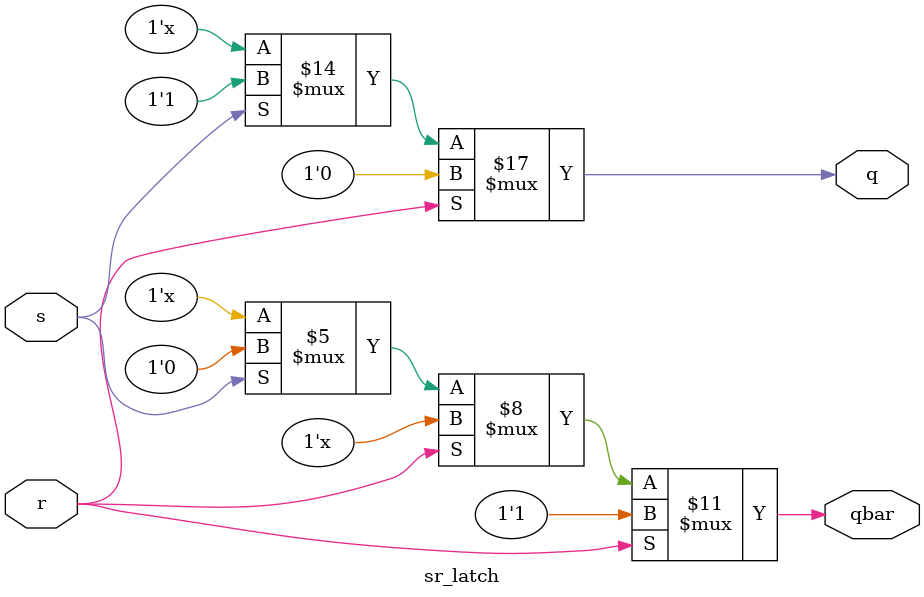
<source format=v>
`timescale 1ns / 1ps
module sr_latch(input s,r, output reg q,qbar);
always@(s,r) begin
if (r==1'b1)
begin
q<=1'b0;
qbar<=1'b1;
end else if(s==1'b1)
begin
q<=1'b1;
qbar=1'b0;
end
end
endmodule


</source>
